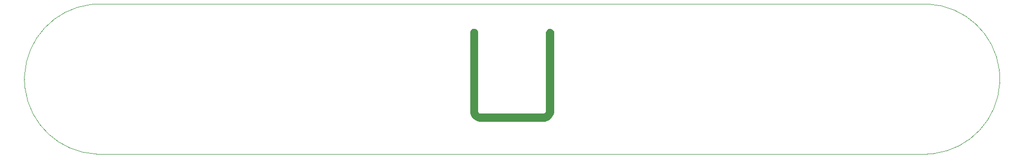
<source format=gbr>
%TF.GenerationSoftware,Altium Limited,Altium Designer,20.2.6 (244)*%
G04 Layer_Color=0*
%FSLAX45Y45*%
%MOMM*%
%TF.SameCoordinates,5F830152-65C5-4415-BC49-C393C33858C2*%
%TF.FilePolarity,Positive*%
%TF.FileFunction,Profile,NP*%
%TF.Part,Single*%
G01*
G75*
%TA.AperFunction,Profile*%
%ADD19C,0.02540*%
G36*
X7919899Y680244D02*
X7919698Y681893D01*
X7919353Y685197D01*
X7919066Y688507D01*
X7918836Y691822D01*
X7918750Y693481D01*
D01*
X7918685Y694731D01*
X7918588Y697233D01*
X7918523Y699736D01*
X7918491Y702239D01*
X7918491Y703491D01*
D01*
Y2053491D01*
Y2053938D01*
X7918502Y2054832D01*
X7918525Y2055725D01*
X7918558Y2056618D01*
X7918581Y2057064D01*
X7918581Y2057065D01*
X7919213Y2069399D01*
X7928840Y2092146D01*
X7945669Y2110227D01*
X7967669Y2121459D01*
X7979926Y2122972D01*
X7979926D01*
X7980533Y2123047D01*
X7981751Y2123174D01*
X7982970Y2123279D01*
X7984192Y2123364D01*
X7984803Y2123396D01*
X7985263Y2123420D01*
X7986185Y2123455D01*
X7987107Y2123479D01*
X7988030Y2123491D01*
X7988491Y2123491D01*
Y2123491D01*
X7988938Y2123491D01*
X7989831Y2123480D01*
X7990725Y2123457D01*
X7991618Y2123424D01*
X7992064Y2123401D01*
X8004399Y2122769D01*
X8027146Y2113142D01*
X8045227Y2096313D01*
X8056459Y2074313D01*
X8057972Y2062056D01*
D01*
X8058046Y2061449D01*
X8058173Y2060231D01*
X8058279Y2059012D01*
X8058364Y2057790D01*
X8058395Y2057179D01*
D01*
X8058419Y2056719D01*
X8058455Y2055797D01*
X8058479Y2054875D01*
X8058491Y2053952D01*
X8058491Y2053491D01*
X8058491Y2053491D01*
Y703491D01*
X8058492Y703162D01*
X8058501Y702503D01*
X8058518Y701844D01*
X8058543Y701186D01*
X8058559Y700857D01*
X8058559Y700857D01*
X8058559D01*
X8058584Y700420D01*
X8058644Y699548D01*
X8058719Y698677D01*
X8058810Y697808D01*
X8058861Y697374D01*
X8060681Y688844D01*
X8068581Y673369D01*
X8081300Y661531D01*
X8097301Y654759D01*
X8105938Y653555D01*
X8106257Y653540D01*
X8106895Y653516D01*
X8107533Y653500D01*
X8108172Y653492D01*
X8108491Y653491D01*
X8108491D01*
X9178491D01*
X9178820Y653492D01*
X9179479Y653501D01*
X9180138Y653518D01*
X9180796Y653543D01*
X9181125Y653559D01*
X9181562Y653584D01*
X9182434Y653644D01*
X9183305Y653720D01*
X9184174Y653810D01*
X9184609Y653862D01*
X9184609Y653862D01*
X9193138Y655681D01*
X9208613Y663582D01*
X9220451Y676300D01*
X9227223Y692301D01*
X9228427Y700939D01*
X9228442Y701257D01*
X9228466Y701895D01*
X9228482Y702534D01*
X9228490Y703172D01*
X9228491Y703491D01*
X9228491Y703491D01*
Y2053491D01*
X9228491Y2053938D01*
X9228502Y2054832D01*
X9228525Y2055725D01*
X9228558Y2056618D01*
X9228580Y2057064D01*
X9228581Y2057065D01*
X9229212Y2069399D01*
X9238840Y2092146D01*
X9255669Y2110227D01*
X9277669Y2121459D01*
X9289926Y2122972D01*
X9289926D01*
X9290534Y2123047D01*
X9291751Y2123174D01*
X9292970Y2123279D01*
X9294192Y2123364D01*
X9294803Y2123396D01*
X9294803D01*
X9295263Y2123420D01*
X9296185Y2123455D01*
X9297107Y2123479D01*
X9298030Y2123491D01*
X9298491Y2123491D01*
Y2123491D01*
X9298938Y2123491D01*
X9299832Y2123480D01*
X9300725Y2123457D01*
X9301618Y2123424D01*
X9302064Y2123401D01*
X9302065D01*
X9314399Y2122769D01*
X9337146Y2113142D01*
X9355227Y2096313D01*
X9366459Y2074313D01*
X9367972Y2062056D01*
D01*
X9368046Y2061449D01*
X9368173Y2060231D01*
X9368279Y2059012D01*
X9368364Y2057790D01*
X9368396Y2057179D01*
X9368419Y2056719D01*
X9368455Y2055797D01*
X9368479Y2054875D01*
X9368491Y2053952D01*
X9368491Y2053491D01*
X9368491Y2053491D01*
X9368491Y703491D01*
X9368491Y702278D01*
X9368461Y699852D01*
X9368400Y697427D01*
X9368308Y695003D01*
X9368248Y693791D01*
X9367397Y677180D01*
X9359949Y644759D01*
X9346984Y614124D01*
X9328893Y586207D01*
X9306229Y561856D01*
X9279679Y541813D01*
X9250051Y526687D01*
X9218246Y516937D01*
X9201738Y514899D01*
Y514899D01*
X9200089Y514698D01*
X9196785Y514353D01*
X9193475Y514066D01*
X9190160Y513836D01*
X9188501Y513750D01*
X9187251Y513686D01*
X9184749Y513588D01*
X9182246Y513523D01*
X9179743Y513491D01*
X9178491Y513491D01*
X9178491D01*
X8108491D01*
X8107278Y513491D01*
X8104852Y513521D01*
X8102427Y513582D01*
X8100003Y513674D01*
X8098791Y513734D01*
X8082180Y514585D01*
X8049759Y522033D01*
X8019124Y534998D01*
X7991207Y553089D01*
X7966856Y575753D01*
X7946813Y602303D01*
X7931687Y631931D01*
X7921937Y663736D01*
X7919899Y680244D01*
X7919899D01*
D02*
G37*
D19*
X242356Y1094430D02*
G02*
X234496Y1184998I1297931J158269D01*
G01*
D02*
G02*
X232722Y1253491I1319431J68431D01*
G01*
X232722Y1253491D01*
D02*
G02*
X234387Y1319857I1321415J58D01*
G01*
X234387Y1319857D01*
D02*
G02*
X1373661Y2543858I1298631J-66533D01*
G01*
Y2543857D01*
D02*
G02*
X1464229Y2551718I158269J-1297931D01*
G01*
D02*
G02*
X1532722Y2553491I68431J-1319431D01*
G01*
X15755722D01*
D02*
G02*
X15822089Y2551826I58J-1321415D01*
G01*
X15822089D01*
D02*
G02*
X17046089Y1412552I-66533J-1298631D01*
G01*
X17046088Y1412552D01*
D02*
G02*
X17053949Y1321984I-1297931J-158269D01*
G01*
D02*
G02*
X17055722Y1253491I-1319431J-68431D01*
G01*
D02*
G02*
X17054057Y1187125I-1321415J-58D01*
G01*
Y1187125D01*
D02*
G02*
X15914783Y-36875I-1298631J66533D01*
G01*
X15914783Y-36875D01*
D02*
G02*
X15824216Y-44735I-158269J1297931D01*
G01*
D02*
G02*
X15755722Y-46509I-68431J1319431D01*
G01*
X1532722D01*
Y-46509D01*
D02*
G02*
X1466356Y-44844I-58J1321415D01*
G01*
X1466356Y-44844D01*
D02*
G02*
X242356Y1094430I66533J1298631D01*
G01*
%TF.MD5,66aec49dec8c054b6457700959ed6067*%
M02*

</source>
